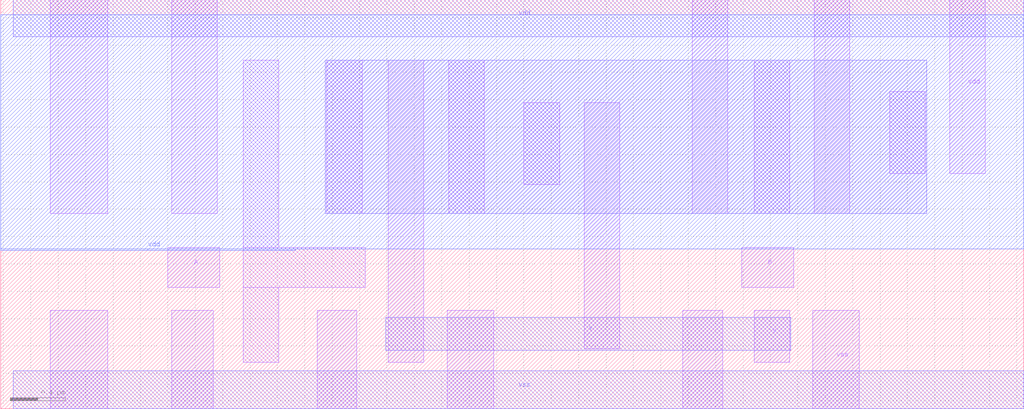
<source format=lef>
VERSION 5.7 ;
  NOWIREEXTENSIONATPIN ON ;
  DIVIDERCHAR "/" ;
  BUSBITCHARS "[]" ;
MACRO NOR
  CLASS BLOCK ;
  FOREIGN NOR ;
  ORIGIN 3.220 -0.740 ;
  SIZE 7.470 BY 2.990 ;
  PIN A
    ANTENNAGATEAREA 0.253500 ;
    PORT
      LAYER li1 ;
        RECT -2.000 1.630 -1.620 1.920 ;
    END
  END A
  PIN B
    ANTENNAGATEAREA 0.606000 ;
    PORT
      LAYER li1 ;
        RECT 2.190 1.630 2.570 1.920 ;
    END
  END B
  PIN Y
    ANTENNADIFFAREA 0.803300 ;
    PORT
      LAYER li1 ;
        RECT -0.390 1.080 -0.130 3.290 ;
        RECT 1.040 1.180 1.300 2.980 ;
        RECT 2.280 1.080 2.540 1.460 ;
      LAYER met1 ;
        RECT -0.410 1.170 2.550 1.410 ;
    END
  END Y
  PIN vdd
    ANTENNADIFFAREA 1.905900 ;
    PORT
      LAYER nwell ;
        RECT -3.220 1.910 4.250 3.620 ;
        RECT -3.220 1.900 -1.070 1.910 ;
      LAYER li1 ;
        RECT -2.860 2.170 -2.440 3.730 ;
        RECT -1.970 2.170 -1.640 3.730 ;
        RECT 1.830 2.170 2.090 3.730 ;
        RECT 2.720 2.170 2.980 3.730 ;
        RECT 3.710 2.460 3.970 3.730 ;
      LAYER met1 ;
        RECT -3.130 3.460 4.250 3.730 ;
    END
  END vdd
  PIN vss
    ANTENNADIFFAREA 0.911400 ;
    PORT
      LAYER li1 ;
        RECT -2.860 0.740 -2.440 1.460 ;
        RECT -1.970 0.740 -1.670 1.460 ;
        RECT -0.910 0.740 -0.620 1.460 ;
        RECT 0.040 0.740 0.380 1.460 ;
        RECT 1.760 0.740 2.050 1.460 ;
        RECT 2.710 0.740 3.050 1.460 ;
      LAYER met1 ;
        RECT -3.130 0.740 4.250 1.020 ;
    END
  END vss
  OBS
      LAYER li1 ;
        RECT -1.450 1.920 -1.190 3.290 ;
        RECT -0.840 2.170 -0.580 3.290 ;
        RECT 0.050 2.170 0.310 3.290 ;
        RECT 0.600 2.380 0.860 2.980 ;
        RECT 2.280 2.170 2.540 3.290 ;
        RECT 3.270 2.460 3.530 3.060 ;
        RECT -1.450 1.630 -0.560 1.920 ;
        RECT -1.450 1.080 -1.190 1.630 ;
      LAYER met1 ;
        RECT -0.850 2.170 3.540 3.290 ;
  END
END NOR
END LIBRARY


</source>
